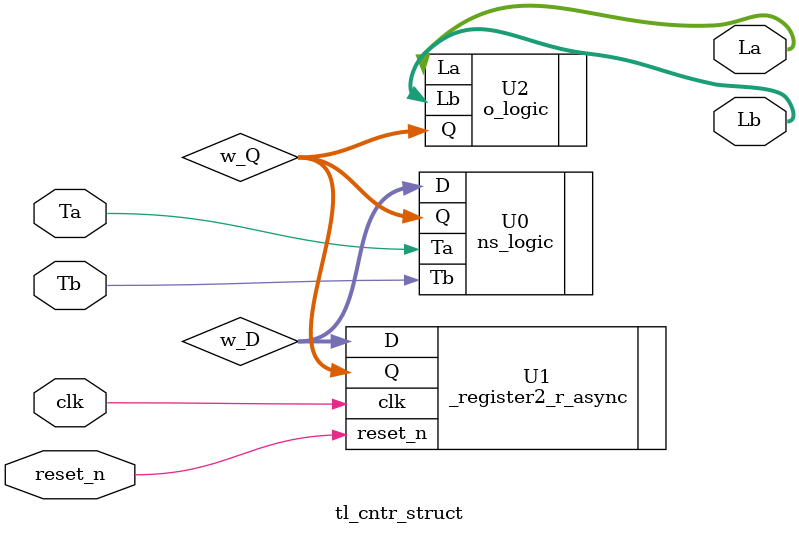
<source format=v>
module tl_cntr_struct(clk, reset_n, Ta, Tb, La, Lb);
	input clk, reset_n, Ta, Tb;
	output [1:0]La, Lb;
	
	wire [1:0]w_D, w_Q;
	
	ns_logic U0(.Ta(Ta), .Tb(Tb), .D(w_D), .Q(w_Q)); // Next State Logic
	_register2_r_async U1(.clk(clk), .reset_n(reset_n), .D(w_D), .Q(w_Q)); // State Register
	o_logic U2(.Q(w_Q), .La(La), .Lb(Lb)); // Output Logic

endmodule
</source>
